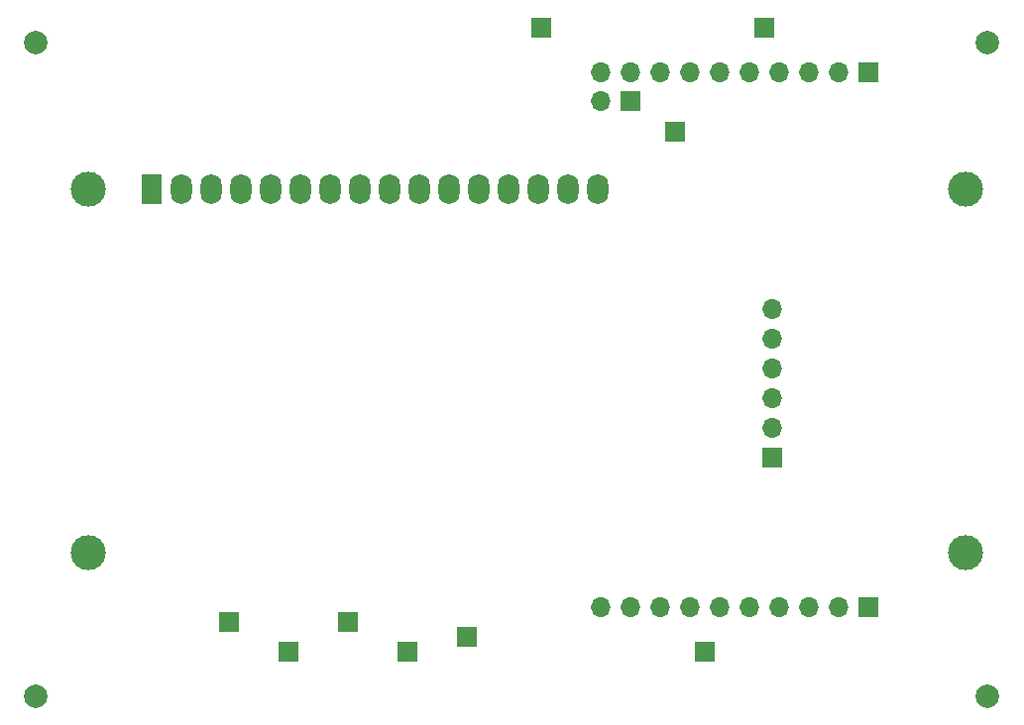
<source format=gbr>
%TF.GenerationSoftware,KiCad,Pcbnew,(6.0.4-0)*%
%TF.CreationDate,2022-04-21T19:16:39-04:00*%
%TF.ProjectId,msp_stuff,6d73705f-7374-4756-9666-2e6b69636164,rev?*%
%TF.SameCoordinates,Original*%
%TF.FileFunction,Soldermask,Bot*%
%TF.FilePolarity,Negative*%
%FSLAX46Y46*%
G04 Gerber Fmt 4.6, Leading zero omitted, Abs format (unit mm)*
G04 Created by KiCad (PCBNEW (6.0.4-0)) date 2022-04-21 19:16:39*
%MOMM*%
%LPD*%
G01*
G04 APERTURE LIST*
%ADD10R,1.700000X1.700000*%
%ADD11O,1.700000X1.700000*%
%ADD12C,3.000000*%
%ADD13R,1.800000X2.600000*%
%ADD14O,1.800000X2.600000*%
%ADD15C,2.000000*%
G04 APERTURE END LIST*
D10*
%TO.C,REF\u002A\u002A*%
X153640000Y-100330000D03*
D11*
X151100000Y-100330000D03*
X148560000Y-100330000D03*
X146020000Y-100330000D03*
X143480000Y-100330000D03*
X140940000Y-100330000D03*
X138400000Y-100330000D03*
X135860000Y-100330000D03*
X133320000Y-100330000D03*
X130780000Y-100330000D03*
%TD*%
D10*
%TO.C,REF\u002A\u002A*%
X114300000Y-149860000D03*
%TD*%
%TO.C,REF\u002A\u002A*%
X153670000Y-146050000D03*
D11*
X151130000Y-146050000D03*
X148590000Y-146050000D03*
X146050000Y-146050000D03*
X143510000Y-146050000D03*
X140970000Y-146050000D03*
X138430000Y-146050000D03*
X135890000Y-146050000D03*
X133350000Y-146050000D03*
X130810000Y-146050000D03*
%TD*%
D10*
%TO.C,REF\u002A\u002A*%
X145460000Y-133325000D03*
D11*
X145460000Y-130785000D03*
X145460000Y-128245000D03*
X145460000Y-125705000D03*
X145460000Y-123165000D03*
X145460000Y-120625000D03*
%TD*%
D12*
%TO.C,U1*%
X86960900Y-141373200D03*
X86960900Y-110372500D03*
X161959480Y-141373200D03*
X161960000Y-110372500D03*
D13*
X92460000Y-110372500D03*
D14*
X95000000Y-110372500D03*
X97540000Y-110372500D03*
X100080000Y-110372500D03*
X102620000Y-110372500D03*
X105160000Y-110372500D03*
X107700000Y-110372500D03*
X110240000Y-110372500D03*
X112780000Y-110372500D03*
X115320000Y-110372500D03*
X117860000Y-110372500D03*
X120400000Y-110372500D03*
X122940000Y-110372500D03*
X125480000Y-110372500D03*
X128020000Y-110372500D03*
X130560000Y-110372500D03*
%TD*%
D10*
%TO.C,REF\u002A\u002A*%
X125730000Y-96520000D03*
%TD*%
D15*
%TO.C,REF\u002A\u002A*%
X82550000Y-97790000D03*
%TD*%
D10*
%TO.C,REF\u002A\u002A*%
X144780000Y-96520000D03*
%TD*%
%TO.C,REF\u002A\u002A*%
X133350000Y-102845000D03*
D11*
X130810000Y-102845000D03*
%TD*%
D15*
%TO.C,REF\u002A\u002A*%
X82550000Y-153670000D03*
%TD*%
D10*
%TO.C,REF\u002A\u002A*%
X109220000Y-147320000D03*
%TD*%
%TO.C,REF\u002A\u002A*%
X104140000Y-149860000D03*
%TD*%
D15*
%TO.C,REF\u002A\u002A*%
X163830000Y-97790000D03*
%TD*%
%TO.C,REF\u002A\u002A*%
X163830000Y-153670000D03*
%TD*%
D10*
%TO.C,REF\u002A\u002A*%
X119380000Y-148590000D03*
%TD*%
%TO.C,REF\u002A\u002A*%
X99060000Y-147320000D03*
%TD*%
%TO.C,REF\u002A\u002A*%
X139700000Y-149860000D03*
%TD*%
%TO.C,REF\u002A\u002A*%
X137160000Y-105410000D03*
%TD*%
M02*

</source>
